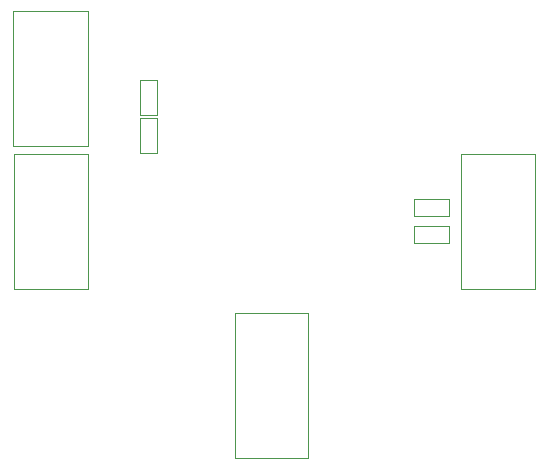
<source format=gbr>
%TF.GenerationSoftware,KiCad,Pcbnew,8.0.2*%
%TF.CreationDate,2024-08-07T22:56:45+12:00*%
%TF.ProjectId,FYP_P2_2,4659505f-5032-45f3-922e-6b696361645f,rev?*%
%TF.SameCoordinates,Original*%
%TF.FileFunction,Other,User*%
%FSLAX46Y46*%
G04 Gerber Fmt 4.6, Leading zero omitted, Abs format (unit mm)*
G04 Created by KiCad (PCBNEW 8.0.2) date 2024-08-07 22:56:45*
%MOMM*%
%LPD*%
G01*
G04 APERTURE LIST*
%ADD10C,0.050000*%
G04 APERTURE END LIST*
D10*
%TO.C,R2*%
X108337944Y-86658276D02*
X109797944Y-86658276D01*
X108337944Y-89618276D02*
X108337944Y-86658276D01*
X109797944Y-86658276D02*
X109797944Y-89618276D01*
X109797944Y-89618276D02*
X108337944Y-89618276D01*
%TO.C,J6*%
X135500000Y-89650000D02*
X141800000Y-89650000D01*
X135500000Y-101100000D02*
X135500000Y-89650000D01*
X141800000Y-89650000D02*
X141800000Y-101100000D01*
X141800000Y-101100000D02*
X135500000Y-101100000D01*
%TO.C,R7*%
X131505000Y-95745000D02*
X134465000Y-95745000D01*
X131505000Y-97205000D02*
X131505000Y-95745000D01*
X134465000Y-95745000D02*
X134465000Y-97205000D01*
X134465000Y-97205000D02*
X131505000Y-97205000D01*
%TO.C,J3*%
X97610000Y-77550000D02*
X103910000Y-77550000D01*
X97610000Y-89000000D02*
X97610000Y-77550000D01*
X103910000Y-77550000D02*
X103910000Y-89000000D01*
X103910000Y-89000000D02*
X97610000Y-89000000D01*
%TO.C,R6*%
X131500000Y-93495000D02*
X134460000Y-93495000D01*
X131500000Y-94955000D02*
X131500000Y-93495000D01*
X134460000Y-93495000D02*
X134460000Y-94955000D01*
X134460000Y-94955000D02*
X131500000Y-94955000D01*
%TO.C,J8*%
X116390000Y-103100000D02*
X116390000Y-115450000D01*
X116390000Y-115450000D02*
X122540000Y-115450000D01*
X122540000Y-103100000D02*
X116390000Y-103100000D01*
X122540000Y-115450000D02*
X122540000Y-103100000D01*
%TO.C,J4*%
X97630000Y-89690000D02*
X103930000Y-89690000D01*
X97630000Y-101140000D02*
X97630000Y-89690000D01*
X103930000Y-89690000D02*
X103930000Y-101140000D01*
X103930000Y-101140000D02*
X97630000Y-101140000D01*
%TO.C,R4*%
X108352056Y-83421724D02*
X109812056Y-83421724D01*
X108352056Y-86381724D02*
X108352056Y-83421724D01*
X109812056Y-83421724D02*
X109812056Y-86381724D01*
X109812056Y-86381724D02*
X108352056Y-86381724D01*
%TD*%
M02*

</source>
